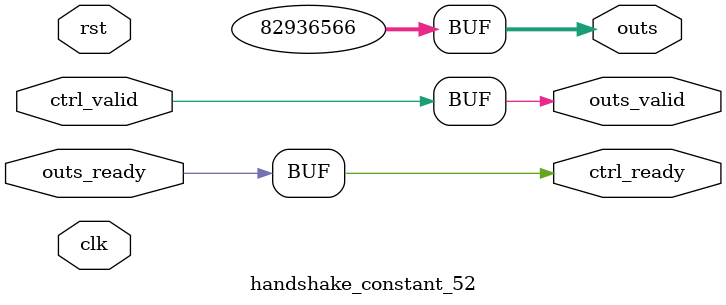
<source format=v>
`timescale 1ns / 1ps
module handshake_constant_52 #(
  parameter DATA_WIDTH = 32  // Default set to 32 bits
) (
  input                       clk,
  input                       rst,
  // Input Channel
  input                       ctrl_valid,
  output                      ctrl_ready,
  // Output Channel
  output [DATA_WIDTH - 1 : 0] outs,
  output                      outs_valid,
  input                       outs_ready
);
  assign outs       = 27'b100111100011000001011110110;
  assign outs_valid = ctrl_valid;
  assign ctrl_ready = outs_ready;

endmodule

</source>
